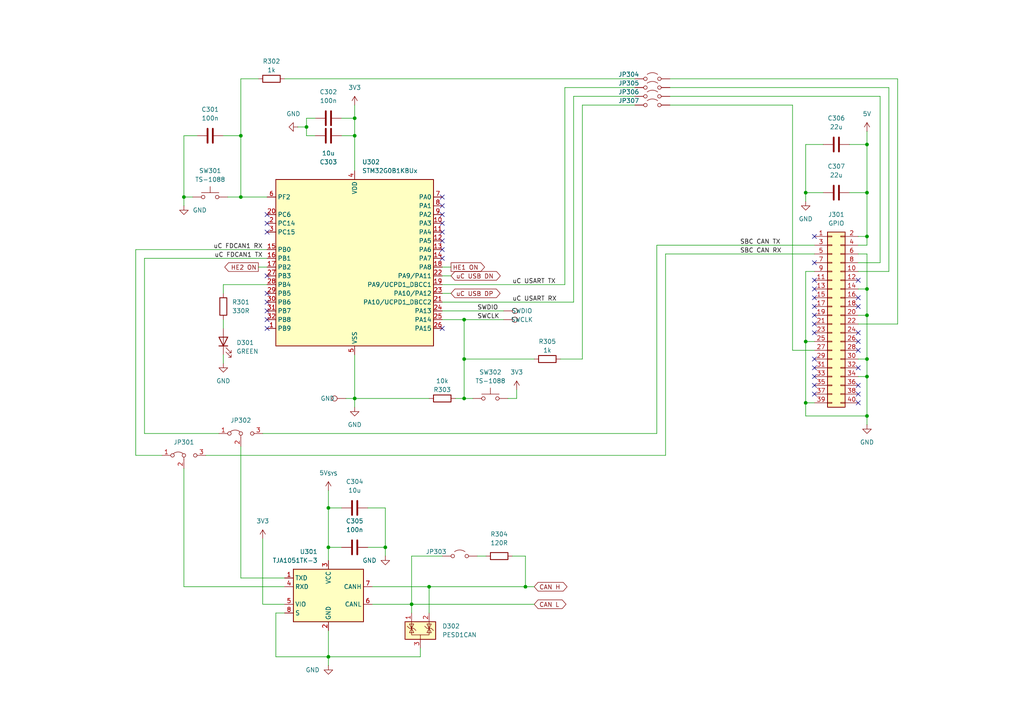
<source format=kicad_sch>
(kicad_sch (version 20250114) (generator "eeschema") (generator_version "9.0")
  (paper "A4")
  (title_block (title "EWS - Power, CANbus and USB HAT for 3D Printers") (date "2025-12-04") (rev "${PROJEKT_REV}") (company "Eduard Iten") (comment 1 "CC BY-NC-SA 4.0"))
  (lib_symbols
    (symbol "Connector_Generic:Conn_02x20_Odd_Even" (pin_names (offset 1.016) (hide yes))
      (property "Reference" "J" (at 1.27 25.4 0))
      (property "Value" "Conn_02x20_Odd_Even" (at 1.27 -27.94 0))
      (symbol "Conn_02x20_Odd_Even_1_1"
        (rectangle (start -1.27 24.13) (end 3.81 -26.67) (stroke (width 0.254)) (fill (type background)))
        (rectangle (start -1.27 22.987) (end 0 22.733) (stroke (width 0.1524)))
        (rectangle (start -1.27 20.447) (end 0 20.193) (stroke (width 0.1524)))
        (rectangle (start -1.27 17.907) (end 0 17.653) (stroke (width 0.1524)))
        (rectangle (start -1.27 15.367) (end 0 15.113) (stroke (width 0.1524)))
        (rectangle (start -1.27 12.827) (end 0 12.573) (stroke (width 0.1524)))
        (rectangle (start -1.27 10.287) (end 0 10.033) (stroke (width 0.1524)))
        (rectangle (start -1.27 7.747) (end 0 7.493) (stroke (width 0.1524)))
        (rectangle (start -1.27 5.207) (end 0 4.953) (stroke (width 0.1524)))
        (rectangle (start -1.27 2.667) (end 0 2.413) (stroke (width 0.1524)))
        (rectangle (start -1.27 0.127) (end 0 -0.127) (stroke (width 0.1524)))
        (rectangle (start -1.27 -2.413) (end 0 -2.667) (stroke (width 0.1524)))
        (rectangle (start -1.27 -4.953) (end 0 -5.207) (stroke (width 0.1524)))
        (rectangle (start -1.27 -7.493) (end 0 -7.747) (stroke (width 0.1524)))
        (rectangle (start -1.27 -10.033) (end 0 -10.287) (stroke (width 0.1524)))
        (rectangle (start -1.27 -12.573) (end 0 -12.827) (stroke (width 0.1524)))
        (rectangle (start -1.27 -15.113) (end 0 -15.367) (stroke (width 0.1524)))
        (rectangle (start -1.27 -17.653) (end 0 -17.907) (stroke (width 0.1524)))
        (rectangle (start -1.27 -20.193) (end 0 -20.447) (stroke (width 0.1524)))
        (rectangle (start -1.27 -22.733) (end 0 -22.987) (stroke (width 0.1524)))
        (rectangle (start -1.27 -25.273) (end 0 -25.527) (stroke (width 0.1524)))
        (rectangle (start 3.81 22.987) (end 2.54 22.733) (stroke (width 0.1524)))
        (rectangle (start 3.81 20.447) (end 2.54 20.193) (stroke (width 0.1524)))
        (rectangle (start 3.81 17.907) (end 2.54 17.653) (stroke (width 0.1524)))
        (rectangle (start 3.81 15.367) (end 2.54 15.113) (stroke (width 0.1524)))
        (rectangle (start 3.81 12.827) (end 2.54 12.573) (stroke (width 0.1524)))
        (rectangle (start 3.81 10.287) (end 2.54 10.033) (stroke (width 0.1524)))
        (rectangle (start 3.81 7.747) (end 2.54 7.493) (stroke (width 0.1524)))
        (rectangle (start 3.81 5.207) (end 2.54 4.953) (stroke (width 0.1524)))
        (rectangle (start 3.81 2.667) (end 2.54 2.413) (stroke (width 0.1524)))
        (rectangle (start 3.81 0.127) (end 2.54 -0.127) (stroke (width 0.1524)))
        (rectangle (start 3.81 -2.413) (end 2.54 -2.667) (stroke (width 0.1524)))
        (rectangle (start 3.81 -4.953) (end 2.54 -5.207) (stroke (width 0.1524)))
        (rectangle (start 3.81 -7.493) (end 2.54 -7.747) (stroke (width 0.1524)))
        (rectangle (start 3.81 -10.033) (end 2.54 -10.287) (stroke (width 0.1524)))
        (rectangle (start 3.81 -12.573) (end 2.54 -12.827) (stroke (width 0.1524)))
        (rectangle (start 3.81 -15.113) (end 2.54 -15.367) (stroke (width 0.1524)))
        (rectangle (start 3.81 -17.653) (end 2.54 -17.907) (stroke (width 0.1524)))
        (rectangle (start 3.81 -20.193) (end 2.54 -20.447) (stroke (width 0.1524)))
        (rectangle (start 3.81 -22.733) (end 2.54 -22.987) (stroke (width 0.1524)))
        (rectangle (start 3.81 -25.273) (end 2.54 -25.527) (stroke (width 0.1524)))
        (pin passive line (at -5.08 22.86 0) (length 3.81) (name "Pin_1") (number "1"))
        (pin passive line (at -5.08 20.32 0) (length 3.81) (name "Pin_3") (number "3"))
        (pin passive line (at -5.08 17.78 0) (length 3.81) (name "Pin_5") (number "5"))
        (pin passive line (at -5.08 15.24 0) (length 3.81) (name "Pin_7") (number "7"))
        (pin passive line (at -5.08 12.7 0) (length 3.81) (name "Pin_9") (number "9"))
        (pin passive line (at -5.08 10.16 0) (length 3.81) (name "Pin_11") (number "11"))
        (pin passive line (at -5.08 7.62 0) (length 3.81) (name "Pin_13") (number "13"))
        (pin passive line (at -5.08 5.08 0) (length 3.81) (name "Pin_15") (number "15"))
        (pin passive line (at -5.08 2.54 0) (length 3.81) (name "Pin_17") (number "17"))
        (pin passive line (at -5.08 0 0) (length 3.81) (name "Pin_19") (number "19"))
        (pin passive line (at -5.08 -2.54 0) (length 3.81) (name "Pin_21") (number "21"))
        (pin passive line (at -5.08 -5.08 0) (length 3.81) (name "Pin_23") (number "23"))
        (pin passive line (at -5.08 -7.62 0) (length 3.81) (name "Pin_25") (number "25"))
        (pin passive line (at -5.08 -10.16 0) (length 3.81) (name "Pin_27") (number "27"))
        (pin passive line (at -5.08 -12.7 0) (length 3.81) (name "Pin_29") (number "29"))
        (pin passive line (at -5.08 -15.24 0) (length 3.81) (name "Pin_31") (number "31"))
        (pin passive line (at -5.08 -17.78 0) (length 3.81) (name "Pin_33") (number "33"))
        (pin passive line (at -5.08 -20.32 0) (length 3.81) (name "Pin_35") (number "35"))
        (pin passive line (at -5.08 -22.86 0) (length 3.81) (name "Pin_37") (number "37"))
        (pin passive line (at -5.08 -25.4 0) (length 3.81) (name "Pin_39") (number "39"))
        (pin passive line (at 7.62 22.86 180) (length 3.81) (name "Pin_2") (number "2"))
        (pin passive line (at 7.62 20.32 180) (length 3.81) (name "Pin_4") (number "4"))
        (pin passive line (at 7.62 17.78 180) (length 3.81) (name "Pin_6") (number "6"))
        (pin passive line (at 7.62 15.24 180) (length 3.81) (name "Pin_8") (number "8"))
        (pin passive line (at 7.62 12.7 180) (length 3.81) (name "Pin_10") (number "10"))
        (pin passive line (at 7.62 10.16 180) (length 3.81) (name "Pin_12") (number "12"))
        (pin passive line (at 7.62 7.62 180) (length 3.81) (name "Pin_14") (number "14"))
        (pin passive line (at 7.62 5.08 180) (length 3.81) (name "Pin_16") (number "16"))
        (pin passive line (at 7.62 2.54 180) (length 3.81) (name "Pin_18") (number "18"))
        (pin passive line (at 7.62 0 180) (length 3.81) (name "Pin_20") (number "20"))
        (pin passive line (at 7.62 -2.54 180) (length 3.81) (name "Pin_22") (number "22"))
        (pin passive line (at 7.62 -5.08 180) (length 3.81) (name "Pin_24") (number "24"))
        (pin passive line (at 7.62 -7.62 180) (length 3.81) (name "Pin_26") (number "26"))
        (pin passive line (at 7.62 -10.16 180) (length 3.81) (name "Pin_28") (number "28"))
        (pin passive line (at 7.62 -12.7 180) (length 3.81) (name "Pin_30") (number "30"))
        (pin passive line (at 7.62 -15.24 180) (length 3.81) (name "Pin_32") (number "32"))
        (pin passive line (at 7.62 -17.78 180) (length 3.81) (name "Pin_34") (number "34"))
        (pin passive line (at 7.62 -20.32 180) (length 3.81) (name "Pin_36") (number "36"))
        (pin passive line (at 7.62 -22.86 180) (length 3.81) (name "Pin_38") (number "38"))
        (pin passive line (at 7.62 -25.4 180) (length 3.81) (name "Pin_40") (number "40"))
      )
    )
    (symbol "Device:C" (pin_numbers (hide yes)) (pin_names (offset 0.254))
      (property "Reference" "C" (at 0.635 2.54 0))
      (property "Value" "C" (at 0.635 -2.54 0))
      (symbol "C_0_1"
        (polyline (pts (xy -2.032 0.762) (xy 2.032 0.762)) (stroke (width 0.508)))
        (polyline (pts (xy -2.032 -0.762) (xy 2.032 -0.762)) (stroke (width 0.508)))
      )
      (symbol "C_1_1"
        (pin passive line (at 0 3.81 270) (length 2.794) (name "~") (number "1"))
        (pin passive line (at 0 -3.81 90) (length 2.794) (name "~") (number "2"))
      )
    )
    (symbol "Device:LED" (pin_numbers (hide yes)) (pin_names (offset 1.016) (hide yes))
      (property "Reference" "D" (at 0 2.54 0))
      (property "Value" "LED" (at 0 -2.54 0))
      (symbol "LED_0_1"
        (polyline (pts (xy -3.048 -0.762) (xy -4.572 -2.286) (xy -3.81 -2.286) (xy -4.572 -2.286) (xy -4.572 -1.524)))
        (polyline (pts (xy -1.778 -0.762) (xy -3.302 -2.286) (xy -2.54 -2.286) (xy -3.302 -2.286) (xy -3.302 -1.524)))
        (polyline (pts (xy -1.27 0) (xy 1.27 0)))
        (polyline (pts (xy -1.27 -1.27) (xy -1.27 1.27)) (stroke (width 0.254)))
        (polyline (pts (xy 1.27 -1.27) (xy 1.27 1.27) (xy -1.27 0) (xy 1.27 -1.27)) (stroke (width 0.254)))
      )
      (symbol "LED_1_1"
        (pin passive line (at -3.81 0 0) (length 2.54) (name "K") (number "1"))
        (pin passive line (at 3.81 0 180) (length 2.54) (name "A") (number "2"))
      )
    )
    (symbol "Device:R" (pin_numbers (hide yes)) (pin_names (offset 0))
      (property "Reference" "R" (at 2.032 0 90))
      (property "Value" "R" (at 0 0 90))
      (symbol "R_0_1"
        (rectangle (start -1.016 -2.54) (end 1.016 2.54) (stroke (width 0.254)))
      )
      (symbol "R_1_1"
        (pin passive line (at 0 3.81 270) (length 1.27) (name "~") (number "1"))
        (pin passive line (at 0 -3.81 90) (length 1.27) (name "~") (number "2"))
      )
    )
    (symbol "Interface_CAN_LIN:TJA1051TK-3"
      (property "Reference" "U" (at -10.16 8.89 0))
      (property "Value" "TJA1051TK-3" (at 1.27 8.89 0))
      (symbol "TJA1051TK-3_0_1"
        (rectangle (start -10.16 7.62) (end 10.16 -7.62) (stroke (width 0.254)) (fill (type background)))
      )
      (symbol "TJA1051TK-3_1_1"
        (pin input line (at -12.7 5.08 0) (length 2.54) (name "TXD") (number "1"))
        (pin output line (at -12.7 2.54 0) (length 2.54) (name "RXD") (number "4"))
        (pin power_in line (at -12.7 -2.54 0) (length 2.54) (name "VIO") (number "5"))
        (pin input line (at -12.7 -5.08 0) (length 2.54) (name "S") (number "8"))
        (pin power_in line (at 0 10.16 270) (length 2.54) (name "VCC") (number "3"))
        (pin power_in line (at 0 -10.16 90) (length 2.54) (name "GND") (number "2"))
        (pin passive line (at 0 -10.16 90) (length 2.54) (hide yes) (name "GND") (number "9"))
        (pin bidirectional line (at 12.7 2.54 180) (length 2.54) (name "CANH") (number "7"))
        (pin bidirectional line (at 12.7 -2.54 180) (length 2.54) (name "CANL") (number "6"))
      )
    )
    (symbol "Jumper:Jumper_2_Open" (pin_numbers (hide yes)) (pin_names (offset 0) (hide yes))
      (property "Reference" "JP" (at 0 2.794 0))
      (property "Value" "Jumper_2_Open" (at 0 -2.286 0))
      (symbol "Jumper_2_Open_0_0"
        (circle (center -2.032 0) (radius 0.508))
        (circle (center 2.032 0) (radius 0.508))
      )
      (symbol "Jumper_2_Open_0_1"
        (arc (start -1.524 1.27) (mid 0 1.778) (end 1.524 1.27))
      )
      (symbol "Jumper_2_Open_1_1"
        (pin passive line (at -5.08 0 0) (length 2.54) (name "A") (number "1"))
        (pin passive line (at 5.08 0 180) (length 2.54) (name "B") (number "2"))
      )
    )
    (symbol "Jumper:Jumper_3_Bridged12" (pin_names (offset 0) (hide yes)) (in_bom no)
      (property "Reference" "JP" (at -2.54 -2.54 0))
      (property "Value" "Jumper_3_Bridged12" (at 0 2.794 0))
      (symbol "Jumper_3_Bridged12_0_0"
        (circle (center -3.302 0) (radius 0.508))
        (circle (center 0 0) (radius 0.508))
        (circle (center 3.302 0) (radius 0.508))
      )
      (symbol "Jumper_3_Bridged12_0_1"
        (arc (start -3.048 0.508) (mid -1.651 0.9912) (end -0.254 0.508))
        (polyline (pts (xy 0 -1.27) (xy 0 -0.508)))
      )
      (symbol "Jumper_3_Bridged12_1_1"
        (pin passive line (at -6.35 0 0) (length 2.54) (name "A") (number "1"))
        (pin passive line (at 0 -3.81 90) (length 2.54) (name "C") (number "2"))
        (pin passive line (at 6.35 0 180) (length 2.54) (name "B") (number "3"))
      )
    )
    (symbol "MCU_ST_STM32G0:STM32G0B1KBUx"
      (property "Reference" "U" (at -22.86 26.67 0))
      (property "Value" "STM32G0B1KBUx" (at 2.54 26.67 0))
      (symbol "STM32G0B1KBUx_0_1"
        (rectangle (start -22.86 -22.86) (end 22.86 25.4) (stroke (width 0.254)) (fill (type background)))
      )
      (symbol "STM32G0B1KBUx_1_1"
        (pin bidirectional line (at -25.4 20.32 0) (length 2.54) (name "PF2") (number "6"))
        (pin bidirectional line (at -25.4 15.24 0) (length 2.54) (name "PC6") (number "20"))
        (pin bidirectional line (at -25.4 12.7 0) (length 2.54) (name "PC14") (number "2"))
        (pin bidirectional line (at -25.4 10.16 0) (length 2.54) (name "PC15") (number "3"))
        (pin bidirectional line (at -25.4 5.08 0) (length 2.54) (name "PB0") (number "15"))
        (pin bidirectional line (at -25.4 2.54 0) (length 2.54) (name "PB1") (number "16"))
        (pin bidirectional line (at -25.4 0 0) (length 2.54) (name "PB2") (number "17"))
        (pin bidirectional line (at -25.4 -2.54 0) (length 2.54) (name "PB3") (number "27"))
        (pin bidirectional line (at -25.4 -5.08 0) (length 2.54) (name "PB4") (number "28"))
        (pin bidirectional line (at -25.4 -7.62 0) (length 2.54) (name "PB5") (number "29"))
        (pin bidirectional line (at -25.4 -10.16 0) (length 2.54) (name "PB6") (number "30"))
        (pin bidirectional line (at -25.4 -12.7 0) (length 2.54) (name "PB7") (number "31"))
        (pin bidirectional line (at -25.4 -15.24 0) (length 2.54) (name "PB8") (number "32"))
        (pin bidirectional line (at -25.4 -17.78 0) (length 2.54) (name "PB9") (number "1"))
        (pin power_in line (at 0 27.94 270) (length 2.54) (name "VDD") (number "4"))
        (pin passive line (at 0 -25.4 90) (length 2.54) (hide yes) (name "VSS") (number "33"))
        (pin power_in line (at 0 -25.4 90) (length 2.54) (name "VSS") (number "5"))
        (pin bidirectional line (at 25.4 20.32 180) (length 2.54) (name "PA0") (number "7"))
        (pin bidirectional line (at 25.4 17.78 180) (length 2.54) (name "PA1") (number "8"))
        (pin bidirectional line (at 25.4 15.24 180) (length 2.54) (name "PA2") (number "9"))
        (pin bidirectional line (at 25.4 12.7 180) (length 2.54) (name "PA3") (number "10"))
        (pin bidirectional line (at 25.4 10.16 180) (length 2.54) (name "PA4") (number "11"))
        (pin bidirectional line (at 25.4 7.62 180) (length 2.54) (name "PA5") (number "12"))
        (pin bidirectional line (at 25.4 5.08 180) (length 2.54) (name "PA6") (number "13"))
        (pin bidirectional line (at 25.4 2.54 180) (length 2.54) (name "PA7") (number "14"))
        (pin bidirectional line (at 25.4 0 180) (length 2.54) (name "PA8") (number "18"))
        (pin bidirectional line (at 25.4 -2.54 180) (length 2.54) (name "PA9/PA11") (number "22"))
        (pin bidirectional line (at 25.4 -5.08 180) (length 2.54) (name "PA9/UCPD1_DBCC1") (number "19"))
        (pin bidirectional line (at 25.4 -7.62 180) (length 2.54) (name "PA10/PA12") (number "23"))
        (pin bidirectional line (at 25.4 -10.16 180) (length 2.54) (name "PA10/UCPD1_DBCC2") (number "21"))
        (pin bidirectional line (at 25.4 -12.7 180) (length 2.54) (name "PA13") (number "24"))
        (pin bidirectional line (at 25.4 -15.24 180) (length 2.54) (name "PA14") (number "25"))
        (pin bidirectional line (at 25.4 -17.78 180) (length 2.54) (name "PA15") (number "26"))
      )
    )
    (symbol "NamedTestPoint_1" (pin_numbers (hide yes)) (pin_names (offset 0.762) (hide yes))
      (property "Value" "${SHORT_NET_NAME(1)}" (at 0 6.35 0))
      (symbol "NamedTestPoint_1_0_1"
        (circle (center 0 3.302) (radius 0.762))
      )
      (symbol "NamedTestPoint_1_1_1"
        (pin passive line (at 0 0 90) (length 2.54) (name "1") (number "1"))
      )
    )
    (symbol "Power_Protection:NUP2105L" (pin_names (hide yes))
      (property "Reference" "D" (at 5.715 2.54 0))
      (property "Value" "NUP2105L" (at 5.715 0.635 0))
      (symbol "NUP2105L_0_0"
        (pin passive line (at 0 -5.08 90) (length 2.54) (name "A") (number "3"))
      )
      (symbol "NUP2105L_0_1"
        (rectangle (start -4.445 2.54) (end 4.445 -2.54) (stroke (width 0.254)) (fill (type background)))
        (polyline (pts (xy -3.81 1.27) (xy -3.175 0.635) (xy -1.905 0.635) (xy -1.27 0)))
        (polyline (pts (xy -2.54 2.54) (xy -2.54 0.635)))
        (polyline (pts (xy -2.54 0.635) (xy -2.54 -1.27) (xy 2.54 -1.27) (xy 2.54 0.635)))
        (polyline (pts (xy -2.54 0.635) (xy -1.905 -0.635) (xy -3.175 -0.635) (xy -2.54 0.635)))
        (polyline (pts (xy -2.54 0.635) (xy -3.175 1.905) (xy -1.905 1.905) (xy -2.54 0.635) (xy -2.54 1.27)))
        (polyline (pts (xy 0 -1.27) (xy 0 -2.54)))
        (polyline (pts (xy 1.27 1.27) (xy 1.905 0.635) (xy 2.54 0.635) (xy 3.175 0.635) (xy 3.81 0)))
        (polyline (pts (xy 2.54 2.54) (xy 2.54 0.635)))
        (polyline (pts (xy 2.54 0.635) (xy 1.905 -0.635) (xy 3.175 -0.635) (xy 2.54 0.635)))
        (polyline (pts (xy 2.54 0.635) (xy 3.175 1.905) (xy 1.905 1.905) (xy 2.54 0.635)))
      )
      (symbol "NUP2105L_1_1"
        (pin passive line (at -2.54 5.08 270) (length 2.54) (name "K") (number "1"))
        (pin passive line (at 2.54 5.08 270) (length 2.54) (name "K") (number "2"))
      )
    )
    (symbol "Switch:SW_Push" (pin_numbers (hide yes)) (pin_names (offset 1.016) (hide yes))
      (property "Reference" "SW" (at 1.27 2.54 0))
      (property "Value" "SW_Push" (at 0 -1.524 0))
      (symbol "SW_Push_0_1"
        (circle (center -2.032 0) (radius 0.508))
        (polyline (pts (xy 0 1.27) (xy 0 3.048)))
        (circle (center 2.032 0) (radius 0.508))
        (polyline (pts (xy 2.54 1.27) (xy -2.54 1.27)))
        (pin passive line (at -5.08 0 0) (length 2.54) (name "1") (number "1"))
        (pin passive line (at 5.08 0 180) (length 2.54) (name "2") (number "2"))
      )
    )
    (symbol "power:+3.3V" (power) (pin_numbers (hide yes)) (pin_names (offset 0) (hide yes))
      (property "Value" "+3.3V" (at 0 3.556 0))
      (symbol "+3.3V_0_1"
        (polyline (pts (xy -0.762 1.27) (xy 0 2.54)))
        (polyline (pts (xy 0 2.54) (xy 0.762 1.27)))
        (polyline (pts (xy 0 0) (xy 0 2.54)))
      )
      (symbol "+3.3V_1_1"
        (pin power_in line (at 0 0 90) (length 0) (name "~") (number "1"))
      )
    )
    (symbol "power:+5V" (power) (pin_numbers (hide yes)) (pin_names (offset 0) (hide yes))
      (property "Value" "+5V" (at 0 3.556 0))
      (symbol "+5V_0_1"
        (polyline (pts (xy -0.762 1.27) (xy 0 2.54)))
        (polyline (pts (xy 0 2.54) (xy 0.762 1.27)))
        (polyline (pts (xy 0 0) (xy 0 2.54)))
      )
      (symbol "+5V_1_1"
        (pin power_in line (at 0 0 90) (length 0) (name "~") (number "1"))
      )
    )
    (symbol "power:GND" (power) (pin_numbers (hide yes)) (pin_names (offset 0) (hide yes))
      (property "Value" "GND" (at 0 -3.81 0))
      (symbol "GND_0_1"
        (polyline (pts (xy 0 0) (xy 0 -1.27) (xy 1.27 -1.27) (xy 0 -2.54) (xy -1.27 -1.27) (xy 0 -1.27)))
      )
      (symbol "GND_1_1"
        (pin power_in line (at 0 0 270) (length 0) (name "~") (number "1"))
      )
    )
  )
  (junction (at 69.85 57.15))
  (junction (at 88.9 36.83))
  (junction (at 95.25 158.75))
  (junction (at 251.46 68.58))
  (junction (at 102.87 39.37))
  (junction (at 233.68 116.84))
  (junction (at 134.62 92.71))
  (junction (at 95.25 147.32))
  (junction (at 233.68 55.88))
  (junction (at 102.87 34.29))
  (junction (at 69.85 39.37))
  (junction (at 251.46 91.44))
  (junction (at 251.46 83.82))
  (junction (at 152.4 170.18))
  (junction (at 233.68 99.06))
  (junction (at 95.25 190.5))
  (junction (at 124.46 170.18))
  (junction (at 251.46 41.91))
  (junction (at 134.62 104.14))
  (junction (at 251.46 120.65))
  (junction (at 134.62 115.57))
  (junction (at 111.76 158.75))
  (junction (at 251.46 55.88))
  (junction (at 53.34 57.15))
  (junction (at 251.46 104.14))
  (junction (at 102.87 115.57))
  (junction (at 119.38 175.26))
  (junction (at 251.46 109.22))
  (no_connect (at 248.92 99.06))
  (no_connect (at 236.22 109.22))
  (no_connect (at 248.92 81.28))
  (no_connect (at 248.92 86.36))
  (no_connect (at 236.22 88.9))
  (no_connect (at 236.22 96.52))
  (no_connect (at 236.22 111.76))
  (no_connect (at 236.22 106.68))
  (no_connect (at 128.27 64.77))
  (no_connect (at 248.92 96.52))
  (no_connect (at 248.92 116.84))
  (no_connect (at 128.27 59.69))
  (no_connect (at 77.47 95.25))
  (no_connect (at 128.27 62.23))
  (no_connect (at 77.47 80.01))
  (no_connect (at 77.47 85.09))
  (no_connect (at 236.22 104.14))
  (no_connect (at 77.47 87.63))
  (no_connect (at 248.92 114.3))
  (no_connect (at 128.27 72.39))
  (no_connect (at 128.27 67.31))
  (no_connect (at 236.22 86.36))
  (no_connect (at 248.92 101.6))
  (no_connect (at 77.47 62.23))
  (no_connect (at 236.22 81.28))
  (no_connect (at 128.27 69.85))
  (no_connect (at 128.27 74.93))
  (no_connect (at 236.22 83.82))
  (no_connect (at 77.47 92.71))
  (no_connect (at 248.92 111.76))
  (no_connect (at 128.27 95.25))
  (no_connect (at 236.22 91.44))
  (no_connect (at 236.22 76.2))
  (no_connect (at 77.47 67.31))
  (no_connect (at 236.22 93.98))
  (no_connect (at 248.92 106.68))
  (no_connect (at 248.92 88.9))
  (no_connect (at 236.22 114.3))
  (no_connect (at 128.27 57.15))
  (no_connect (at 236.22 68.58))
  (no_connect (at 77.47 64.77))
  (no_connect (at 77.47 90.17))
  (wire (pts (xy 53.34 170.18) (xy 53.34 135.89)))
  (wire (pts (xy 119.38 175.26) (xy 107.95 175.26)))
  (wire (pts (xy 152.4 170.18) (xy 152.4 161.29)))
  (wire (pts (xy 39.37 72.39) (xy 77.47 72.39)))
  (wire (pts (xy 82.55 22.86) (xy 184.15 22.86)))
  (wire (pts (xy 251.46 123.19) (xy 251.46 120.65)))
  (wire (pts (xy 248.92 68.58) (xy 251.46 68.58)))
  (wire (pts (xy 80.01 177.8) (xy 80.01 190.5)))
  (wire (pts (xy 128.27 92.71) (xy 134.62 92.71)))
  (wire (pts (xy 88.9 34.29) (xy 91.44 34.29)))
  (wire (pts (xy 64.77 82.55) (xy 77.47 82.55)))
  (wire (pts (xy 128.27 85.09) (xy 130.81 85.09)))
  (wire (pts (xy 233.68 78.74) (xy 233.68 99.06)))
  (wire (pts (xy 80.01 190.5) (xy 95.25 190.5)))
  (wire (pts (xy 128.27 82.55) (xy 163.83 82.55)))
  (wire (pts (xy 257.81 25.4) (xy 257.81 78.74)))
  (wire (pts (xy 233.68 55.88) (xy 233.68 58.42)))
  (wire (pts (xy 229.87 101.6) (xy 236.22 101.6)))
  (wire (pts (xy 95.25 142.24) (xy 95.25 147.32)))
  (wire (pts (xy 64.77 102.87) (xy 64.77 105.41)))
  (wire (pts (xy 106.68 147.32) (xy 111.76 147.32)))
  (wire (pts (xy 111.76 161.29) (xy 111.76 158.75)))
  (wire (pts (xy 74.93 77.47) (xy 77.47 77.47)))
  (wire (pts (xy 134.62 104.14) (xy 134.62 115.57)))
  (wire (pts (xy 86.36 36.83) (xy 88.9 36.83)))
  (wire (pts (xy 233.68 116.84) (xy 233.68 120.65)))
  (wire (pts (xy 69.85 22.86) (xy 69.85 39.37)))
  (wire (pts (xy 233.68 99.06) (xy 236.22 99.06)))
  (wire (pts (xy 69.85 167.64) (xy 69.85 129.54)))
  (wire (pts (xy 119.38 175.26) (xy 119.38 177.8)))
  (wire (pts (xy 134.62 104.14) (xy 154.94 104.14)))
  (wire (pts (xy 248.92 83.82) (xy 251.46 83.82)))
  (wire (pts (xy 39.37 132.08) (xy 46.99 132.08)))
  (wire (pts (xy 248.92 109.22) (xy 251.46 109.22)))
  (wire (pts (xy 251.46 83.82) (xy 251.46 91.44)))
  (wire (pts (xy 134.62 92.71) (xy 134.62 104.14)))
  (wire (pts (xy 124.46 170.18) (xy 124.46 177.8)))
  (wire (pts (xy 251.46 109.22) (xy 251.46 120.65)))
  (wire (pts (xy 162.56 104.14) (xy 168.91 104.14)))
  (wire (pts (xy 132.08 115.57) (xy 134.62 115.57)))
  (wire (pts (xy 76.2 175.26) (xy 82.55 175.26)))
  (wire (pts (xy 124.46 170.18) (xy 107.95 170.18)))
  (wire (pts (xy 95.25 190.5) (xy 121.92 190.5)))
  (wire (pts (xy 193.04 73.66) (xy 193.04 132.08)))
  (wire (pts (xy 251.46 41.91) (xy 251.46 38.1)))
  (wire (pts (xy 194.31 22.86) (xy 260.35 22.86)))
  (wire (pts (xy 194.31 27.94) (xy 255.27 27.94)))
  (wire (pts (xy 59.69 132.08) (xy 193.04 132.08)))
  (wire (pts (xy 251.46 104.14) (xy 251.46 109.22)))
  (wire (pts (xy 99.06 39.37) (xy 102.87 39.37)))
  (wire (pts (xy 190.5 71.12) (xy 190.5 125.73)))
  (wire (pts (xy 236.22 78.74) (xy 233.68 78.74)))
  (wire (pts (xy 64.77 85.09) (xy 64.77 82.55)))
  (wire (pts (xy 41.91 125.73) (xy 63.5 125.73)))
  (wire (pts (xy 251.46 68.58) (xy 251.46 55.88)))
  (wire (pts (xy 95.25 182.88) (xy 95.25 190.5)))
  (wire (pts (xy 251.46 73.66) (xy 251.46 83.82)))
  (wire (pts (xy 76.2 125.73) (xy 190.5 125.73)))
  (wire (pts (xy 166.37 87.63) (xy 166.37 27.94)))
  (wire (pts (xy 166.37 27.94) (xy 184.15 27.94)))
  (wire (pts (xy 233.68 99.06) (xy 233.68 116.84)))
  (wire (pts (xy 138.43 161.29) (xy 140.97 161.29)))
  (wire (pts (xy 260.35 93.98) (xy 248.92 93.98)))
  (wire (pts (xy 194.31 30.48) (xy 229.87 30.48)))
  (wire (pts (xy 95.25 158.75) (xy 95.25 162.56)))
  (wire (pts (xy 128.27 90.17) (xy 146.05 90.17)))
  (wire (pts (xy 99.06 158.75) (xy 95.25 158.75)))
  (wire (pts (xy 255.27 27.94) (xy 255.27 76.2)))
  (wire (pts (xy 152.4 170.18) (xy 154.94 170.18)))
  (wire (pts (xy 251.46 71.12) (xy 251.46 68.58)))
  (wire (pts (xy 248.92 73.66) (xy 251.46 73.66)))
  (wire (pts (xy 163.83 82.55) (xy 163.83 25.4)))
  (wire (pts (xy 229.87 30.48) (xy 229.87 101.6)))
  (wire (pts (xy 102.87 30.48) (xy 102.87 34.29)))
  (wire (pts (xy 88.9 39.37) (xy 88.9 36.83)))
  (wire (pts (xy 128.27 80.01) (xy 130.81 80.01)))
  (wire (pts (xy 41.91 74.93) (xy 41.91 125.73)))
  (wire (pts (xy 82.55 177.8) (xy 80.01 177.8)))
  (wire (pts (xy 39.37 72.39) (xy 39.37 132.08)))
  (wire (pts (xy 124.46 115.57) (xy 102.87 115.57)))
  (wire (pts (xy 102.87 34.29) (xy 102.87 39.37)))
  (wire (pts (xy 194.31 25.4) (xy 257.81 25.4)))
  (wire (pts (xy 41.91 74.93) (xy 77.47 74.93)))
  (wire (pts (xy 251.46 55.88) (xy 251.46 41.91)))
  (wire (pts (xy 238.76 41.91) (xy 233.68 41.91)))
  (wire (pts (xy 233.68 41.91) (xy 233.68 55.88)))
  (wire (pts (xy 95.25 147.32) (xy 99.06 147.32)))
  (wire (pts (xy 238.76 55.88) (xy 233.68 55.88)))
  (wire (pts (xy 257.81 78.74) (xy 248.92 78.74)))
  (wire (pts (xy 251.46 91.44) (xy 251.46 104.14)))
  (wire (pts (xy 121.92 187.96) (xy 121.92 190.5)))
  (wire (pts (xy 111.76 158.75) (xy 106.68 158.75)))
  (wire (pts (xy 246.38 41.91) (xy 251.46 41.91)))
  (wire (pts (xy 248.92 104.14) (xy 251.46 104.14)))
  (wire (pts (xy 64.77 92.71) (xy 64.77 95.25)))
  (wire (pts (xy 163.83 25.4) (xy 184.15 25.4)))
  (wire (pts (xy 246.38 55.88) (xy 251.46 55.88)))
  (wire (pts (xy 102.87 115.57) (xy 102.87 118.11)))
  (wire (pts (xy 248.92 71.12) (xy 251.46 71.12)))
  (wire (pts (xy 91.44 39.37) (xy 88.9 39.37)))
  (wire (pts (xy 102.87 39.37) (xy 102.87 49.53)))
  (wire (pts (xy 168.91 30.48) (xy 168.91 104.14)))
  (wire (pts (xy 64.77 39.37) (xy 69.85 39.37)))
  (wire (pts (xy 128.27 87.63) (xy 166.37 87.63)))
  (wire (pts (xy 233.68 116.84) (xy 236.22 116.84)))
  (wire (pts (xy 134.62 115.57) (xy 137.16 115.57)))
  (wire (pts (xy 102.87 102.87) (xy 102.87 115.57)))
  (wire (pts (xy 134.62 92.71) (xy 146.05 92.71)))
  (wire (pts (xy 248.92 91.44) (xy 251.46 91.44)))
  (wire (pts (xy 76.2 156.21) (xy 76.2 175.26)))
  (wire (pts (xy 55.88 57.15) (xy 53.34 57.15)))
  (wire (pts (xy 66.04 57.15) (xy 69.85 57.15)))
  (wire (pts (xy 82.55 170.18) (xy 53.34 170.18)))
  (wire (pts (xy 236.22 71.12) (xy 190.5 71.12)))
  (wire (pts (xy 53.34 57.15) (xy 53.34 59.69)))
  (wire (pts (xy 102.87 115.57) (xy 100.33 115.57)))
  (wire (pts (xy 53.34 39.37) (xy 53.34 57.15)))
  (wire (pts (xy 152.4 161.29) (xy 148.59 161.29)))
  (wire (pts (xy 248.92 76.2) (xy 255.27 76.2)))
  (wire (pts (xy 119.38 175.26) (xy 154.94 175.26)))
  (wire (pts (xy 95.25 190.5) (xy 95.25 193.04)))
  (wire (pts (xy 233.68 120.65) (xy 251.46 120.65)))
  (wire (pts (xy 111.76 147.32) (xy 111.76 158.75)))
  (wire (pts (xy 82.55 167.64) (xy 69.85 167.64)))
  (wire (pts (xy 193.04 73.66) (xy 236.22 73.66)))
  (wire (pts (xy 77.47 57.15) (xy 69.85 57.15)))
  (wire (pts (xy 130.81 77.47) (xy 128.27 77.47)))
  (wire (pts (xy 149.86 113.03) (xy 149.86 115.57)))
  (wire (pts (xy 88.9 36.83) (xy 88.9 34.29)))
  (wire (pts (xy 99.06 34.29) (xy 102.87 34.29)))
  (wire (pts (xy 119.38 161.29) (xy 119.38 175.26)))
  (wire (pts (xy 149.86 115.57) (xy 147.32 115.57)))
  (wire (pts (xy 69.85 22.86) (xy 74.93 22.86)))
  (wire (pts (xy 69.85 39.37) (xy 69.85 57.15)))
  (wire (pts (xy 168.91 30.48) (xy 184.15 30.48)))
  (wire (pts (xy 152.4 170.18) (xy 124.46 170.18)))
  (wire (pts (xy 57.15 39.37) (xy 53.34 39.37)))
  (wire (pts (xy 260.35 22.86) (xy 260.35 93.98)))
  (wire (pts (xy 95.25 147.32) (xy 95.25 158.75)))
  (wire (pts (xy 119.38 161.29) (xy 128.27 161.29)))
  (label "SBC CAN TX" (at 214.63 71.12 0))
  (label "uC USART TX" (at 148.59 82.55 0))
  (label "uC USART RX" (at 148.59 87.63 0))
  (label "SWDIO" (at 138.43 90.17 0))
  (label "SWCLK" (at 138.43 92.71 0))
  (label "uC FDCAN1 TX" (at 76.2 74.93 180))
  (label "uC FDCAN1 RX" (at 76.2 72.39 180))
  (label "SBC CAN RX" (at 214.63 73.66 0))
  (global_label "uC USB DN" (shape bidirectional) (at 130.81 80.01 0) (property "Intersheetrefs" "${INTERSHEET_REFS}" (effects (hide yes))))
  (global_label "uC USB DP" (shape bidirectional) (at 130.81 85.09 0) (property "Intersheetrefs" "${INTERSHEET_REFS}" (effects (hide yes))))
  (global_label "HE1 ON" (shape output) (at 130.81 77.47 0) (property "Intersheetrefs" "${INTERSHEET_REFS}" (effects (hide yes))))
  (global_label "CAN L" (shape bidirectional) (at 154.94 175.26 0) (property "Intersheetrefs" "${INTERSHEET_REFS}" (effects (hide yes))))
  (global_label "HE2 ON" (shape output) (at 74.93 77.47 180) (property "Intersheetrefs" "${INTERSHEET_REFS}" (effects (hide yes))))
  (global_label "CAN H" (shape bidirectional) (at 154.94 170.18 0) (property "Intersheetrefs" "${INTERSHEET_REFS}" (effects (hide yes))))
  (symbol (lib_id "Device:C") (at 102.87 158.75 270) (mirror x) (unit 1)
    (property "Reference" "C305" (at 102.87 151.13 90))
    (property "Value" "100n" (at 102.87 153.67 90))
    (property "Footprint" "Capacitor_SMD:C_0402_1005Metric" (effects (hide yes)))
    (property "Description" "Unpolarized capacitor" (effects (hide yes)))
    (property "LCSC Part #" "C307331" (effects (hide yes)))
    (property "Manufacturer Part #" "CL05B104KB54PNC" (effects (hide yes)))
  )
  (symbol (lib_id "Jumper:Jumper_3_Bridged12") (at 53.34 132.08 0) (unit 1) (in_bom no)
    (property "Reference" "JP301" (at 53.34 128.27 0))
    (property "Footprint" "project:SolderJumper-3_P1.3mm_Bridged12_RoundedPad1.0x1.5mm_custom" (effects (hide yes)))
    (property "Description" "Jumper, 3-pole, pins 1+2 closed/bridged" (effects (hide yes)))
  )
  (symbol (lib_id "Jumper:Jumper_2_Open") (at 189.23 22.86 0) (unit 1) (in_bom no)
    (property "Reference" "JP304" (at 185.42 21.59 0) (effects (justify right)))
    (property "Footprint" "Jumper:SolderJumper-2_P1.3mm_Open_RoundedPad1.0x1.5mm" (effects (hide yes)))
    (property "Description" "Jumper, 2-pole, open" (effects (hide yes)))
  )
  (symbol (lib_id "power:+3.3V") (at 251.46 38.1 0) (unit 1)
    (property "Reference" "#PWR0312" (effects (hide yes)))
    (property "Value" "5V" (at 251.46 33.02 0))
    (property "Description" "Power symbol creates a global label with name \"+3.3V\"" (effects (hide yes)))
  )
  (symbol (lib_id "Device:C") (at 95.25 39.37 270) (unit 1)
    (property "Reference" "C303" (at 95.25 46.99 90))
    (property "Value" "10u" (at 95.25 44.45 90))
    (property "Footprint" "Capacitor_SMD:C_0603_1608Metric" (effects (hide yes)))
    (property "Description" "Unpolarized capacitor" (effects (hide yes)))
    (property "Manufacturer Part #" "CL10A106MA8NRNC" (effects (hide yes)))
    (property "LCSC Part #" "C96446" (effects (hide yes)))
  )
  (symbol (lib_id "Device:R") (at 64.77 88.9 0) (unit 1)
    (property "Reference" "R301" (at 67.31 87.6299 0) (effects (justify left)))
    (property "Value" "330R" (at 67.31 90.1699 0) (effects (justify left)))
    (property "Footprint" "Resistor_SMD:R_0402_1005Metric" (effects (hide yes)))
    (property "Description" "Resistor" (effects (hide yes)))
    (property "Manufacturer Part #" "0402WGF3300TCE" (effects (hide yes)))
    (property "LCSC Part #" "C25104" (effects (hide yes)))
  )
  (symbol (lib_id "power:GND") (at 86.36 36.83 270) (unit 1)
    (property "Reference" "#PWR0304" (effects (hide yes)))
    (property "Value" "GND" (at 85.09 33.02 90))
    (property "Description" "Power symbol creates a global label with name \"GND\" , ground" (effects (hide yes)))
  )
  (symbol (lib_id "MCU_ST_STM32G0:STM32G0B1KBUx") (at 102.87 77.47 0) (unit 1)
    (property "Reference" "U302" (at 105.0133 46.99 0) (effects (justify left)))
    (property "Value" "STM32G0B1KBUx" (at 105.0133 49.53 0) (effects (justify left)))
    (property "Footprint" "Package_DFN_QFN:QFN-32-1EP_5x5mm_P0.5mm_EP3.45x3.45mm" (effects (hide yes)))
    (property "Datasheet" "https://www.st.com/resource/en/datasheet/stm32g0b1kb.pdf" (effects (hide yes)))
    (property "Description" "STMicroelectronics Arm Cortex-M0+ MCU, 128KB flash, 144KB RAM, 64 MHz, 1.7-3.6V, 30 GPIO, UFQFPN32" (effects (hide yes)))
    (property "LCSC Part #" "C5159549" (effects (hide yes)))
    (property "Manufacturer Part #" "STM32G0B1KBU6" (effects (hide yes)))
    (property "FT Rotation Offset" "270" (effects (hide yes)))
  )
  (symbol (lib_id "Switch:SW_Push") (at 142.24 115.57 0) (mirror y) (unit 1)
    (property "Reference" "SW302" (at 142.24 107.95 0))
    (property "Value" "TS-1088" (at 142.24 110.49 0))
    (property "Footprint" "Button_Switch_SMD:SW_SPST_TS-1088-xR020" (effects (hide yes)))
    (property "Description" "Push button switch, generic, two pins" (effects (hide yes)))
    (property "LCSC Part #" "C720477" (effects (hide yes)))
    (property "Manufacturer Part #" "TS-1088-AR02016" (effects (hide yes)))
  )
  (symbol (lib_id "Device:R") (at 144.78 161.29 90) (unit 1)
    (property "Reference" "R304" (at 144.78 154.94 90))
    (property "Value" "120R" (at 144.78 157.48 90))
    (property "Footprint" "Resistor_SMD:R_0603_1608Metric" (effects (hide yes)))
    (property "Description" "Resistor" (effects (hide yes)))
    (property "Manufacturer Part #" "0603WAF1200T5E" (effects (hide yes)))
    (property "LCSC Part #" "C22787" (effects (hide yes)))
  )
  (symbol (lib_id "Device:LED") (at 64.77 99.06 90) (unit 1)
    (property "Reference" "D301" (at 68.58 99.3774 90) (effects (justify right)))
    (property "Value" "GREEN" (at 68.58 101.9174 90) (effects (justify right)))
    (property "Footprint" "LED_SMD:LED_0805_2012Metric" (effects (hide yes)))
    (property "Description" "Light emitting diode" (effects (hide yes)))
    (property "Sim.Pins" "1=K 2=A" (effects (hide yes)))
    (property "Manufacturer Part #" "KT-0805G" (effects (hide yes)))
    (property "LCSC Part #" "C2297" (effects (hide yes)))
  )
  (symbol (lib_id "Jumper:Jumper_2_Open") (at 189.23 25.4 0) (unit 1) (in_bom no)
    (property "Reference" "JP305" (at 185.42 24.13 0) (effects (justify right)))
    (property "Footprint" "Jumper:SolderJumper-2_P1.3mm_Open_RoundedPad1.0x1.5mm" (effects (hide yes)))
    (property "Description" "Jumper, 2-pole, open" (effects (hide yes)))
  )
  (symbol (lib_id "Device:C") (at 95.25 34.29 90) (unit 1)
    (property "Reference" "C302" (at 95.25 26.67 90))
    (property "Value" "100n" (at 95.25 29.21 90))
    (property "Footprint" "Capacitor_SMD:C_0402_1005Metric" (effects (hide yes)))
    (property "Description" "Unpolarized capacitor" (effects (hide yes)))
    (property "LCSC Part #" "C307331" (effects (hide yes)))
    (property "Manufacturer Part #" "CL05B104KB54PNC" (effects (hide yes)))
  )
  (symbol (lib_id "power:+3.3V") (at 149.86 113.03 0) (mirror y) (unit 1)
    (property "Reference" "#PWR0310" (effects (hide yes)))
    (property "Value" "3V3" (at 149.86 107.95 0))
    (property "Description" "Power symbol creates a global label with name \"+3.3V\"" (effects (hide yes)))
  )
  (symbol (lib_id "power:+3.3V") (at 102.87 30.48 0) (unit 1)
    (property "Reference" "#PWR0307" (effects (hide yes)))
    (property "Value" "3V3" (at 102.87 25.4 0))
    (property "Description" "Power symbol creates a global label with name \"+3.3V\"" (effects (hide yes)))
  )
  (symbol (lib_id "Device:C") (at 102.87 147.32 90) (unit 1)
    (property "Reference" "C304" (at 102.87 139.7 90))
    (property "Value" "10u" (at 102.87 142.24 90))
    (property "Footprint" "Capacitor_SMD:C_0603_1608Metric" (effects (hide yes)))
    (property "Description" "Unpolarized capacitor" (effects (hide yes)))
    (property "Manufacturer Part #" "CL10A106MA8NRNC" (effects (hide yes)))
    (property "LCSC Part #" "C96446" (effects (hide yes)))
  )
  (symbol (lib_id "Jumper:Jumper_3_Bridged12") (at 69.85 125.73 0) (unit 1) (in_bom no)
    (property "Reference" "JP302" (at 69.85 121.92 0))
    (property "Footprint" "project:SolderJumper-3_P1.3mm_Bridged12_RoundedPad1.0x1.5mm_custom" (effects (hide yes)))
    (property "Description" "Jumper, 3-pole, pins 1+2 closed/bridged" (effects (hide yes)))
  )
  (symbol (lib_id "Switch:SW_Push") (at 60.96 57.15 0) (unit 1)
    (property "Reference" "SW301" (at 60.96 49.53 0))
    (property "Value" "TS-1088" (at 60.96 52.07 0))
    (property "Footprint" "Button_Switch_SMD:SW_SPST_TS-1088-xR020" (effects (hide yes)))
    (property "Description" "Push button switch, generic, two pins" (effects (hide yes)))
    (property "LCSC Part #" "C720477" (effects (hide yes)))
    (property "Manufacturer Part #" "TS-1088-AR02016" (effects (hide yes)))
  )
  (symbol (lib_id "Device:R") (at 158.75 104.14 270) (mirror x) (unit 1)
    (property "Reference" "R305" (at 158.75 99.06 90))
    (property "Value" "1k" (at 158.75 101.6 90))
    (property "Footprint" "Resistor_SMD:R_0402_1005Metric" (effects (hide yes)))
    (property "Description" "Resistor" (effects (hide yes)))
    (property "LCSC Part #" "C11702" (effects (hide yes)))
    (property "Manufacturer Part #" "0402WGF1001TCE" (effects (hide yes)))
  )
  (symbol (lib_id "power:GND") (at 64.77 105.41 0) (unit 1)
    (property "Reference" "#PWR0302" (effects (hide yes)))
    (property "Value" "GND" (at 64.77 110.49 0))
    (property "Description" "Power symbol creates a global label with name \"GND\" , ground" (effects (hide yes)))
  )
  (symbol (lib_id "power:GND") (at 102.87 118.11 0) (unit 1)
    (property "Reference" "#PWR0308" (effects (hide yes)))
    (property "Value" "GND" (at 102.87 123.19 0))
    (property "Description" "Power symbol creates a global label with name \"GND\" , ground" (effects (hide yes)))
  )
  (symbol (lib_id "power:GND") (at 233.68 58.42 0) (unit 1)
    (property "Reference" "#PWR0311" (effects (hide yes)))
    (property "Value" "GND" (at 233.68 63.5 0))
    (property "Description" "Power symbol creates a global label with name \"GND\" , ground" (effects (hide yes)))
  )
  (symbol (lib_id "Jumper:Jumper_2_Open") (at 133.35 161.29 0) (unit 1) (in_bom no)
    (property "Reference" "JP303" (at 129.54 160.02 0) (effects (justify right)))
    (property "Footprint" "Jumper:SolderJumper-2_P1.3mm_Open_RoundedPad1.0x1.5mm" (effects (hide yes)))
    (property "Description" "Jumper, 2-pole, open" (effects (hide yes)))
  )
  (symbol (lib_id "Device:R") (at 78.74 22.86 270) (mirror x) (unit 1)
    (property "Reference" "R302" (at 78.74 17.78 90))
    (property "Value" "1k" (at 78.74 20.32 90))
    (property "Footprint" "Resistor_SMD:R_0402_1005Metric" (effects (hide yes)))
    (property "Description" "Resistor" (effects (hide yes)))
    (property "LCSC Part #" "C11702" (effects (hide yes)))
    (property "Manufacturer Part #" "0402WGF1001TCE" (effects (hide yes)))
  )
  (symbol (lib_id "Jumper:Jumper_2_Open") (at 189.23 27.94 0) (unit 1) (in_bom no)
    (property "Reference" "JP306" (at 185.42 26.67 0) (effects (justify right)))
    (property "Footprint" "Jumper:SolderJumper-2_P1.3mm_Open_RoundedPad1.0x1.5mm" (effects (hide yes)))
    (property "Description" "Jumper, 2-pole, open" (effects (hide yes)))
  )
  (symbol (lib_id "power:GND") (at 251.46 123.19 0) (unit 1)
    (property "Reference" "#PWR0313" (effects (hide yes)))
    (property "Value" "GND" (at 251.46 128.27 0))
    (property "Description" "Power symbol creates a global label with name \"GND\" , ground" (effects (hide yes)))
  )
  (symbol (lib_id "Device:C") (at 242.57 55.88 90) (unit 1)
    (property "Reference" "C307" (at 242.57 48.26 90))
    (property "Value" "22u" (at 242.57 50.8 90))
    (property "Footprint" "Capacitor_SMD:C_1206_3216Metric" (effects (hide yes)))
    (property "Description" "Unpolarized capacitor" (effects (hide yes)))
    (property "LCSC Part #" "C12891" (effects (hide yes)))
    (property "Manufacturer Part #" "CL31A226KAHNNNE" (effects (hide yes)))
  )
  (symbol (lib_id "power:+5V") (at 95.25 142.24 0) (unit 1)
    (property "Reference" "#PWR0305" (effects (hide yes)))
    (property "Value" "5V_{SYS}" (at 95.25 137.16 0))
    (property "Description" "Power symbol creates a global label with name \"+5V\"" (effects (hide yes)))
  )
  (symbol (lib_id "Device:R") (at 128.27 115.57 270) (mirror x) (unit 1)
    (property "Reference" "R303" (at 128.27 113.03 90))
    (property "Value" "10k" (at 128.27 110.49 90))
    (property "Footprint" "Resistor_SMD:R_0402_1005Metric" (effects (hide yes)))
    (property "Description" "Resistor" (effects (hide yes)))
    (property "LCSC Part #" "C25744" (effects (hide yes)))
    (property "Manufacturer Part #" "0402WGF1002TCE" (effects (hide yes)))
  )
  (symbol (lib_id "Device:C") (at 60.96 39.37 90) (mirror x) (unit 1)
    (property "Reference" "C301" (at 60.96 31.75 90))
    (property "Value" "100n" (at 60.96 34.29 90))
    (property "Footprint" "Capacitor_SMD:C_0402_1005Metric" (effects (hide yes)))
    (property "Description" "Unpolarized capacitor" (effects (hide yes)))
    (property "LCSC Part #" "C307331" (effects (hide yes)))
    (property "Manufacturer Part #" "CL05B104KB54PNC" (effects (hide yes)))
  )
  (symbol (lib_id "power:+5V") (at 76.2 156.21 0) (unit 1)
    (property "Reference" "#PWR0303" (effects (hide yes)))
    (property "Value" "3V3" (at 76.2 151.13 0))
    (property "Description" "Power symbol creates a global label with name \"+5V\"" (effects (hide yes)))
  )
  (symbol (lib_id "Interface_CAN_LIN:TJA1051TK-3") (at 95.25 172.72 0) (unit 1)
    (property "Reference" "U301" (at 92.1319 160.02 0) (effects (justify right)))
    (property "Value" "TJA1051TK-3" (at 92.1319 162.56 0) (effects (justify right)))
    (property "Footprint" "Package_SON:HVSON-8-1EP_3x3mm_P0.65mm_EP1.6x2.4mm" (effects (hide yes)))
    (property "Datasheet" "https://www.nxp.com/docs/en/data-sheet/TJA1051.pdf" (effects (hide yes)))
    (property "Description" "High-Speed CAN Transceiver, separate VIO, silent mode, VSON-8 (DFN-8)" (effects (hide yes)))
    (property "LCSC Part #" "C2875699" (effects (hide yes)))
    (property "Manufacturer Part #" "TJA1051TK/3/1J" (effects (hide yes)))
    (property "FT Rotation Offset" "270" (effects (hide yes)))
  )
  (symbol (lib_id "Jumper:Jumper_2_Open") (at 189.23 30.48 0) (unit 1) (in_bom no)
    (property "Reference" "JP307" (at 185.42 29.21 0) (effects (justify right)))
    (property "Footprint" "Jumper:SolderJumper-2_P1.3mm_Open_RoundedPad1.0x1.5mm" (effects (hide yes)))
    (property "Description" "Jumper, 2-pole, open" (effects (hide yes)))
  )
  (symbol (lib_name "NamedTestPoint_1") (lib_id "project:NamedTestPoint") (at 100.33 115.57 90) (mirror x) (unit 1) (in_bom no)
    (property "Reference" "TP301" (effects (hide yes)))
    (property "Value" "${SHORT_NET_NAME(1)}" (at 95.25 115.57 90) (effects (justify left)))
    (property "Footprint" "project:NAMED_TEST_POINT" (effects (hide yes)))
    (property "Description" "test point" (effects (hide yes)))
  )
  (symbol (lib_id "Connector_Generic:Conn_02x20_Odd_Even") (at 241.3 91.44 0) (unit 1)
    (property "Reference" "J301" (at 242.57 62.23 0))
    (property "Value" "GPIO" (at 242.57 64.77 0))
    (property "Footprint" "Connector_PinSocket_2.54mm:PinSocket_2x20_P2.54mm_Vertical" (effects (hide yes)))
    (property "Description" "Generic connector, double row, 02x20, odd/even pin numbering scheme (row 1 odd numbers, row 2 even numbers), script generated (kicad-library-utils/schlib/autogen/connector/)" (effects (hide yes)))
  )
  (symbol (lib_id "power:GND") (at 111.76 161.29 0) (mirror y) (unit 1)
    (property "Reference" "#PWR0309" (effects (hide yes)))
    (property "Value" "GND" (at 109.22 162.5599 0) (effects (justify left)))
    (property "Description" "Power symbol creates a global label with name \"GND\" , ground" (effects (hide yes)))
  )
  (symbol (lib_name "NamedTestPoint_1") (lib_id "project:NamedTestPoint") (at 146.05 92.71 270) (unit 1) (in_bom no)
    (property "Reference" "TP303" (effects (hide yes)))
    (property "Value" "${SHORT_NET_NAME(1)}" (at 151.13 92.71 90) (effects (justify left)))
    (property "Footprint" "project:NAMED_TEST_POINT" (effects (hide yes)))
    (property "Description" "test point" (effects (hide yes)))
  )
  (symbol (lib_id "power:GND") (at 53.34 59.69 0) (unit 1)
    (property "Reference" "#PWR0301" (effects (hide yes)))
    (property "Value" "GND" (at 55.88 60.9599 0) (effects (justify left)))
    (property "Description" "Power symbol creates a global label with name \"GND\" , ground" (effects (hide yes)))
  )
  (symbol (lib_id "Power_Protection:NUP2105L") (at 121.92 182.88 0) (unit 1)
    (property "Reference" "D302" (at 128.27 181.6099 0) (effects (justify left)))
    (property "Value" "PESD1CAN" (at 128.27 184.1499 0) (effects (justify left)))
    (property "Footprint" "Package_TO_SOT_SMD:SOT-23" (effects (hide yes)))
    (property "Datasheet" "https://www.onsemi.com/pub_link/Collateral/NUP2105L-D.PDF" (effects (hide yes)))
    (property "Description" "Dual Line CAN Bus Protector, 24Vrwm" (effects (hide yes)))
    (property "LCSC Part #" "C907838" (effects (hide yes)))
    (property "Manufacturer Part #" "PESD1CAN" (effects (hide yes)))
  )
  (symbol (lib_id "power:GND") (at 95.25 193.04 0) (mirror y) (unit 1)
    (property "Reference" "#PWR0306" (effects (hide yes)))
    (property "Value" "GND" (at 92.71 194.3099 0) (effects (justify left)))
    (property "Description" "Power symbol creates a global label with name \"GND\" , ground" (effects (hide yes)))
  )
  (symbol (lib_name "NamedTestPoint_1") (lib_id "project:NamedTestPoint") (at 146.05 90.17 270) (unit 1) (in_bom no)
    (property "Reference" "TP302" (effects (hide yes)))
    (property "Value" "${SHORT_NET_NAME(1)}" (at 151.13 90.17 90) (effects (justify left)))
    (property "Footprint" "project:NAMED_TEST_POINT" (effects (hide yes)))
    (property "Description" "test point" (effects (hide yes)))
  )
  (symbol (lib_id "Device:C") (at 242.57 41.91 90) (unit 1)
    (property "Reference" "C306" (at 242.57 34.29 90))
    (property "Value" "22u" (at 242.57 36.83 90))
    (property "Footprint" "Capacitor_SMD:C_1206_3216Metric" (effects (hide yes)))
    (property "Description" "Unpolarized capacitor" (effects (hide yes)))
    (property "LCSC Part #" "C12891" (effects (hide yes)))
    (property "Manufacturer Part #" "CL31A226KAHNNNE" (effects (hide yes)))
  )
)
</source>
